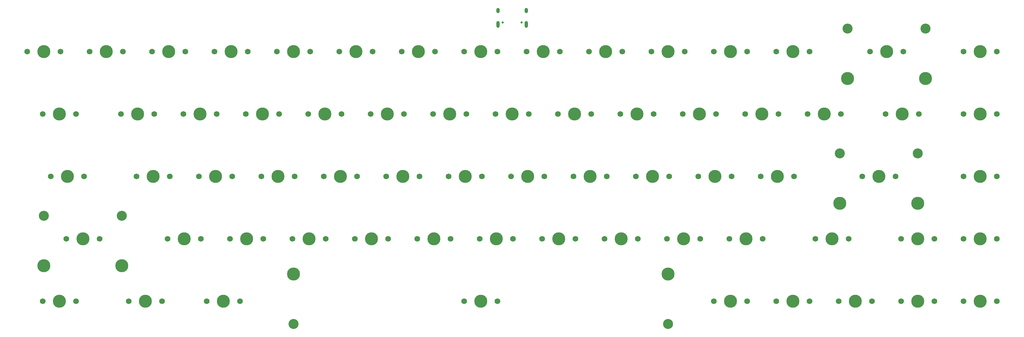
<source format=gbr>
G04 #@! TF.GenerationSoftware,KiCad,Pcbnew,9.0.3*
G04 #@! TF.CreationDate,2025-08-18T15:49:34-07:00*
G04 #@! TF.ProjectId,PCB-Keyboard-EDIPO-ALPS,5043422d-4b65-4796-926f-6172642d4544,rev?*
G04 #@! TF.SameCoordinates,Original*
G04 #@! TF.FileFunction,Soldermask,Top*
G04 #@! TF.FilePolarity,Negative*
%FSLAX46Y46*%
G04 Gerber Fmt 4.6, Leading zero omitted, Abs format (unit mm)*
G04 Created by KiCad (PCBNEW 9.0.3) date 2025-08-18 15:49:34*
%MOMM*%
%LPD*%
G01*
G04 APERTURE LIST*
%ADD10C,3.987800*%
%ADD11C,3.048000*%
%ADD12C,1.750000*%
%ADD13O,1.000000X2.100000*%
%ADD14O,1.000000X1.600000*%
%ADD15C,0.650000*%
G04 APERTURE END LIST*
D10*
X91539736Y-140224014D03*
D11*
X91539736Y-124984014D03*
D12*
X84713486Y-131969014D03*
D10*
X79633486Y-131969014D03*
D12*
X74553486Y-131969014D03*
D10*
X67727236Y-140224014D03*
D11*
X67727236Y-124984014D03*
D12*
X358557236Y-131969014D03*
D10*
X353477236Y-131969014D03*
D12*
X348397236Y-131969014D03*
X172819736Y-131969014D03*
D10*
X167739736Y-131969014D03*
D12*
X162659736Y-131969014D03*
X101382236Y-93869014D03*
D10*
X96302236Y-93869014D03*
D12*
X91222236Y-93869014D03*
X163294736Y-112919014D03*
D10*
X158214736Y-112919014D03*
D12*
X153134736Y-112919014D03*
X134719736Y-131969014D03*
D10*
X129639736Y-131969014D03*
D12*
X124559736Y-131969014D03*
X249019736Y-131969014D03*
D10*
X243939736Y-131969014D03*
D12*
X238859736Y-131969014D03*
X153769736Y-131969014D03*
D10*
X148689736Y-131969014D03*
D12*
X143609736Y-131969014D03*
X339507236Y-131969014D03*
D10*
X334427236Y-131969014D03*
D12*
X329347236Y-131969014D03*
X320457236Y-151019014D03*
D10*
X315377236Y-151019014D03*
D12*
X310297236Y-151019014D03*
X234732236Y-93869014D03*
D10*
X229652236Y-93869014D03*
D12*
X224572236Y-93869014D03*
X225207236Y-74819014D03*
D10*
X220127236Y-74819014D03*
D12*
X215047236Y-74819014D03*
X310932236Y-93869014D03*
D10*
X305852236Y-93869014D03*
D12*
X300772236Y-93869014D03*
X282357236Y-74819014D03*
D10*
X277277236Y-74819014D03*
D12*
X272197236Y-74819014D03*
X168057236Y-74819014D03*
D10*
X162977236Y-74819014D03*
D12*
X157897236Y-74819014D03*
X339507236Y-151019014D03*
D10*
X334427236Y-151019014D03*
D12*
X329347236Y-151019014D03*
X103763486Y-151019014D03*
D10*
X98683486Y-151019014D03*
D12*
X93603486Y-151019014D03*
X358557236Y-93869014D03*
D10*
X353477236Y-93869014D03*
D12*
X348397236Y-93869014D03*
X244257236Y-74819014D03*
D10*
X239177236Y-74819014D03*
D12*
X234097236Y-74819014D03*
X79950986Y-112919014D03*
D10*
X74870986Y-112919014D03*
D12*
X69790986Y-112919014D03*
X220444736Y-112919014D03*
D10*
X215364736Y-112919014D03*
D12*
X210284736Y-112919014D03*
X358557236Y-151019014D03*
D10*
X353477236Y-151019014D03*
D12*
X348397236Y-151019014D03*
X77569736Y-151019014D03*
D10*
X72489736Y-151019014D03*
D12*
X67409736Y-151019014D03*
X206157236Y-74819014D03*
D10*
X201077236Y-74819014D03*
D12*
X195997236Y-74819014D03*
X263307236Y-74819014D03*
D10*
X258227236Y-74819014D03*
D12*
X253147236Y-74819014D03*
X358557236Y-74819014D03*
D10*
X353477236Y-74819014D03*
D12*
X348397236Y-74819014D03*
X129957236Y-74819014D03*
D10*
X124877236Y-74819014D03*
D12*
X119797236Y-74819014D03*
X229969736Y-131969014D03*
D10*
X224889736Y-131969014D03*
D12*
X219809736Y-131969014D03*
D10*
X334427236Y-121174014D03*
D11*
X334427236Y-105934014D03*
D12*
X327600986Y-112919014D03*
D10*
X322520986Y-112919014D03*
D12*
X317440986Y-112919014D03*
D10*
X310614736Y-121174014D03*
D11*
X310614736Y-105934014D03*
D12*
X277594736Y-112919014D03*
D10*
X272514736Y-112919014D03*
D12*
X267434736Y-112919014D03*
X291882236Y-93869014D03*
D10*
X286802236Y-93869014D03*
D12*
X281722236Y-93869014D03*
X301407236Y-151019014D03*
D10*
X296327236Y-151019014D03*
D12*
X291247236Y-151019014D03*
X334744736Y-93869014D03*
D10*
X329664736Y-93869014D03*
D12*
X324584736Y-93869014D03*
X127568600Y-151019014D03*
D10*
X122488600Y-151019014D03*
D12*
X117408600Y-151019014D03*
X158532236Y-93869014D03*
D10*
X153452236Y-93869014D03*
D12*
X148372236Y-93869014D03*
X196632236Y-93869014D03*
D10*
X191552236Y-93869014D03*
D12*
X186472236Y-93869014D03*
X106144736Y-112919014D03*
D10*
X101064736Y-112919014D03*
D12*
X95984736Y-112919014D03*
X272832236Y-93869014D03*
D10*
X267752236Y-93869014D03*
D12*
X262672236Y-93869014D03*
X139482236Y-93869014D03*
D10*
X134402236Y-93869014D03*
D12*
X129322236Y-93869014D03*
X149007236Y-74819014D03*
D10*
X143927236Y-74819014D03*
D12*
X138847236Y-74819014D03*
X215682236Y-93869014D03*
D10*
X210602236Y-93869014D03*
D12*
X205522236Y-93869014D03*
X191869736Y-131969014D03*
D10*
X186789736Y-131969014D03*
D12*
X181709736Y-131969014D03*
X301407236Y-74819014D03*
D10*
X296327236Y-74819014D03*
D12*
X291247236Y-74819014D03*
X120432236Y-93869014D03*
D10*
X115352236Y-93869014D03*
D12*
X110272236Y-93869014D03*
X91857236Y-74819014D03*
D10*
X86777236Y-74819014D03*
D12*
X81697236Y-74819014D03*
X72807236Y-74819014D03*
D10*
X67727236Y-74819014D03*
D12*
X62647236Y-74819014D03*
X144244736Y-112919014D03*
D10*
X139164736Y-112919014D03*
D12*
X134084736Y-112919014D03*
X268069736Y-131969014D03*
D10*
X262989736Y-131969014D03*
D12*
X257909736Y-131969014D03*
X258544736Y-112919014D03*
D10*
X253464736Y-112919014D03*
D12*
X248384736Y-112919014D03*
X313313486Y-131969014D03*
D10*
X308233486Y-131969014D03*
D12*
X303153486Y-131969014D03*
X201394736Y-112919014D03*
D10*
X196314736Y-112919014D03*
D12*
X191234736Y-112919014D03*
X282340100Y-151019014D03*
D10*
X277260100Y-151019014D03*
D12*
X272180100Y-151019014D03*
X253782236Y-93869014D03*
D10*
X248702236Y-93869014D03*
D12*
X243622236Y-93869014D03*
D11*
X258227236Y-158004014D03*
D10*
X258227236Y-142764014D03*
D12*
X206157236Y-151019014D03*
D10*
X201077236Y-151019014D03*
D12*
X195997236Y-151019014D03*
D11*
X143927236Y-158004014D03*
D10*
X143927236Y-142764014D03*
D12*
X296644736Y-112919014D03*
D10*
X291564736Y-112919014D03*
D12*
X286484736Y-112919014D03*
X77569736Y-93869014D03*
D10*
X72489736Y-93869014D03*
D12*
X67409736Y-93869014D03*
X239494736Y-112919014D03*
D10*
X234414736Y-112919014D03*
D12*
X229334736Y-112919014D03*
X110907236Y-74819014D03*
D10*
X105827236Y-74819014D03*
D12*
X100747236Y-74819014D03*
X125194736Y-112919014D03*
D10*
X120114736Y-112919014D03*
D12*
X115034736Y-112919014D03*
X187107236Y-74819014D03*
D10*
X182027236Y-74819014D03*
D12*
X176947236Y-74819014D03*
X182344736Y-112919014D03*
D10*
X177264736Y-112919014D03*
D12*
X172184736Y-112919014D03*
X177582236Y-93869014D03*
D10*
X172502236Y-93869014D03*
D12*
X167422236Y-93869014D03*
X115669736Y-131969014D03*
D10*
X110589736Y-131969014D03*
D12*
X105509736Y-131969014D03*
X210919736Y-131969014D03*
D10*
X205839736Y-131969014D03*
D12*
X200759736Y-131969014D03*
X358557236Y-112919014D03*
D10*
X353477236Y-112919014D03*
D12*
X348397236Y-112919014D03*
X287119736Y-131969014D03*
D10*
X282039736Y-131969014D03*
D12*
X276959736Y-131969014D03*
D10*
X336808486Y-83074014D03*
D11*
X336808486Y-67834014D03*
D12*
X329982236Y-74819014D03*
D10*
X324902236Y-74819014D03*
D12*
X319822236Y-74819014D03*
D10*
X312995986Y-83074014D03*
D11*
X312995986Y-67834014D03*
D13*
X214920236Y-66523814D03*
D14*
X214920236Y-62343814D03*
D13*
X206280236Y-66523814D03*
D14*
X206280236Y-62343814D03*
D15*
X213490236Y-65993814D03*
X207710236Y-65993814D03*
M02*

</source>
